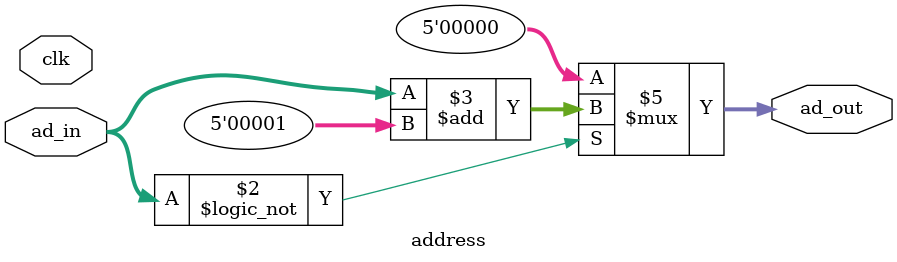
<source format=v>
module address(ad_in, clk, ad_out);
    input [4:0] ad_in;
    input clk;
    output reg [4:0] ad_out;

    always @(clk) begin 
        if (ad_in == 5'b00000)
            ad_out = ad_in + 5'b00001;
        else
            ad_out = 5'b00000;
    end

endmodule
</source>
